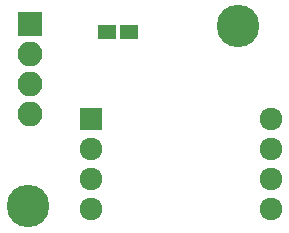
<source format=gts>
G04 #@! TF.FileFunction,Soldermask,Top*
%FSLAX46Y46*%
G04 Gerber Fmt 4.6, Leading zero omitted, Abs format (unit mm)*
G04 Created by KiCad (PCBNEW 4.0.6) date Fri Jul 21 16:01:30 2017*
%MOMM*%
%LPD*%
G01*
G04 APERTURE LIST*
%ADD10C,0.100000*%
%ADD11R,2.100000X2.100000*%
%ADD12O,2.100000X2.100000*%
%ADD13C,3.600000*%
%ADD14R,1.924000X1.924000*%
%ADD15C,1.924000*%
%ADD16R,1.600000X1.150000*%
G04 APERTURE END LIST*
D10*
D11*
X63411100Y-35153600D03*
D12*
X63411100Y-37693600D03*
X63411100Y-40233600D03*
X63411100Y-42773600D03*
D13*
X63246000Y-50546000D03*
X81026000Y-35306000D03*
D14*
X68580000Y-43180000D03*
D15*
X68580000Y-45720000D03*
X68580000Y-48260000D03*
X68580000Y-50800000D03*
X83820000Y-50800000D03*
X83820000Y-48260000D03*
X83820000Y-45720000D03*
X83820000Y-43180000D03*
D16*
X69916000Y-35814000D03*
X71816000Y-35814000D03*
M02*

</source>
